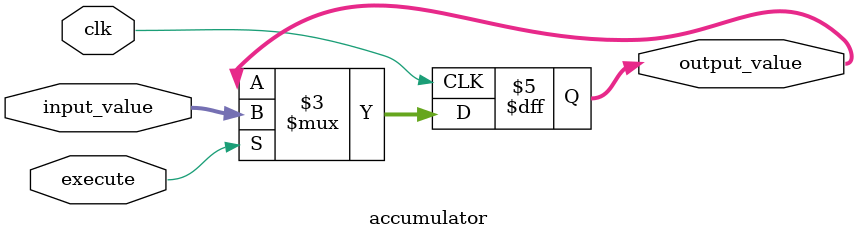
<source format=v>
module accumulator(
	input execute,
	input clk,
	input [7:0] input_value,
	output reg [7:0] output_value
);	
	
	always @(posedge clk)
	begin

		if (execute) 
		begin
			output_value = input_value;
		end
		
	end	
		
endmodule 
</source>
